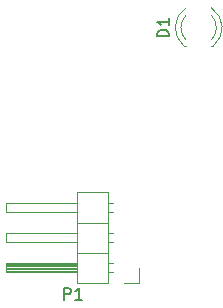
<source format=gbr>
G04 #@! TF.FileFunction,Legend,Top*
%FSLAX46Y46*%
G04 Gerber Fmt 4.6, Leading zero omitted, Abs format (unit mm)*
G04 Created by KiCad (PCBNEW 4.0.2-stable) date 6/22/2017 3:16:27 PM*
%MOMM*%
G01*
G04 APERTURE LIST*
%ADD10C,0.100000*%
%ADD11C,0.120000*%
%ADD12C,0.150000*%
G04 APERTURE END LIST*
D10*
D11*
X157671392Y-99927665D02*
G75*
G03X157514484Y-103160000I1078608J-1672335D01*
G01*
X159828608Y-99927665D02*
G75*
G02X159985516Y-103160000I-1078608J-1672335D01*
G01*
X157670163Y-100558870D02*
G75*
G03X157670000Y-102640961I1079837J-1041130D01*
G01*
X159829837Y-100558870D02*
G75*
G02X159830000Y-102640961I-1079837J-1041130D01*
G01*
X157514000Y-103160000D02*
X157670000Y-103160000D01*
X159830000Y-103160000D02*
X159986000Y-103160000D01*
X151060000Y-123250000D02*
X151060000Y-120650000D01*
X151060000Y-120650000D02*
X148440000Y-120650000D01*
X148440000Y-120650000D02*
X148440000Y-123250000D01*
X148440000Y-123250000D02*
X151060000Y-123250000D01*
X148440000Y-122300000D02*
X148440000Y-121540000D01*
X148440000Y-121540000D02*
X142440000Y-121540000D01*
X142440000Y-121540000D02*
X142440000Y-122300000D01*
X142440000Y-122300000D02*
X148440000Y-122300000D01*
X151490000Y-122300000D02*
X151060000Y-122300000D01*
X151490000Y-121540000D02*
X151060000Y-121540000D01*
X148440000Y-122180000D02*
X142440000Y-122180000D01*
X148440000Y-122060000D02*
X142440000Y-122060000D01*
X148440000Y-121940000D02*
X142440000Y-121940000D01*
X148440000Y-121820000D02*
X142440000Y-121820000D01*
X148440000Y-121700000D02*
X142440000Y-121700000D01*
X148440000Y-121580000D02*
X142440000Y-121580000D01*
X151060000Y-120650000D02*
X151060000Y-118110000D01*
X151060000Y-118110000D02*
X148440000Y-118110000D01*
X148440000Y-118110000D02*
X148440000Y-120650000D01*
X148440000Y-120650000D02*
X151060000Y-120650000D01*
X148440000Y-119760000D02*
X148440000Y-119000000D01*
X148440000Y-119000000D02*
X142440000Y-119000000D01*
X142440000Y-119000000D02*
X142440000Y-119760000D01*
X142440000Y-119760000D02*
X148440000Y-119760000D01*
X151490000Y-119760000D02*
X151060000Y-119760000D01*
X151490000Y-119000000D02*
X151060000Y-119000000D01*
X151060000Y-118110000D02*
X151060000Y-115510000D01*
X151060000Y-115510000D02*
X148440000Y-115510000D01*
X148440000Y-115510000D02*
X148440000Y-118110000D01*
X148440000Y-118110000D02*
X151060000Y-118110000D01*
X148440000Y-117220000D02*
X148440000Y-116460000D01*
X148440000Y-116460000D02*
X142440000Y-116460000D01*
X142440000Y-116460000D02*
X142440000Y-117220000D01*
X142440000Y-117220000D02*
X148440000Y-117220000D01*
X151490000Y-117220000D02*
X151060000Y-117220000D01*
X151490000Y-116460000D02*
X151060000Y-116460000D01*
X153670000Y-121920000D02*
X153670000Y-123190000D01*
X153670000Y-123190000D02*
X152400000Y-123190000D01*
D12*
X156242381Y-102338095D02*
X155242381Y-102338095D01*
X155242381Y-102100000D01*
X155290000Y-101957142D01*
X155385238Y-101861904D01*
X155480476Y-101814285D01*
X155670952Y-101766666D01*
X155813810Y-101766666D01*
X156004286Y-101814285D01*
X156099524Y-101861904D01*
X156194762Y-101957142D01*
X156242381Y-102100000D01*
X156242381Y-102338095D01*
X156242381Y-100814285D02*
X156242381Y-101385714D01*
X156242381Y-101100000D02*
X155242381Y-101100000D01*
X155385238Y-101195238D01*
X155480476Y-101290476D01*
X155528095Y-101385714D01*
X147346905Y-124642381D02*
X147346905Y-123642381D01*
X147727858Y-123642381D01*
X147823096Y-123690000D01*
X147870715Y-123737619D01*
X147918334Y-123832857D01*
X147918334Y-123975714D01*
X147870715Y-124070952D01*
X147823096Y-124118571D01*
X147727858Y-124166190D01*
X147346905Y-124166190D01*
X148870715Y-124642381D02*
X148299286Y-124642381D01*
X148585000Y-124642381D02*
X148585000Y-123642381D01*
X148489762Y-123785238D01*
X148394524Y-123880476D01*
X148299286Y-123928095D01*
M02*

</source>
